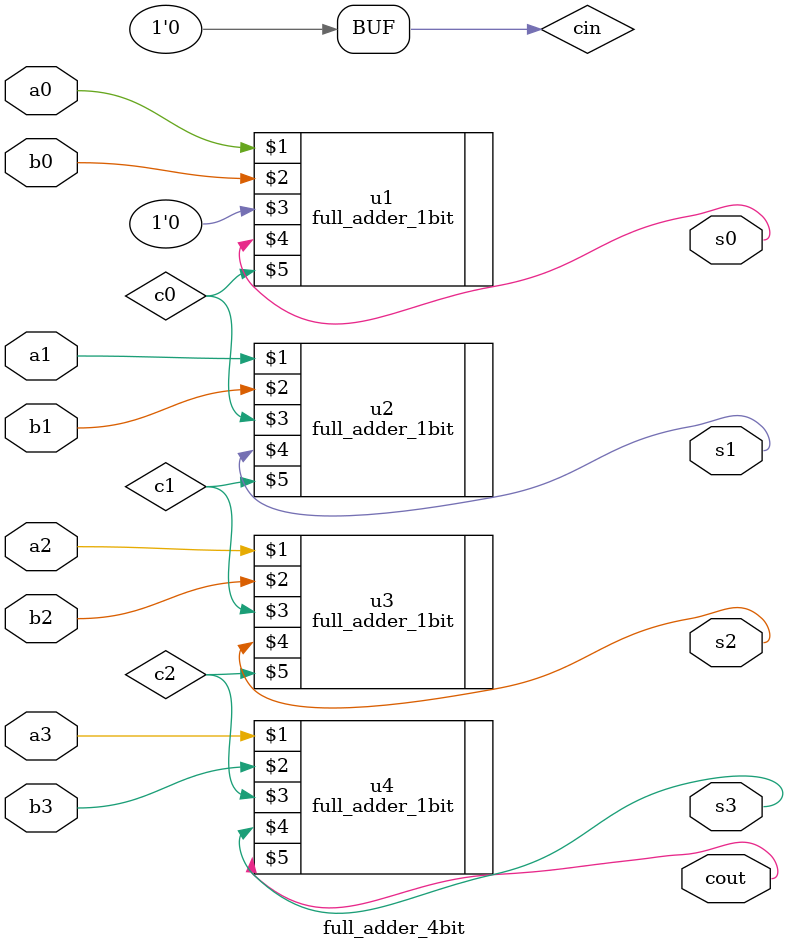
<source format=v>
`timescale 1ns / 1ps


module full_adder_4bit(
input a0, a1, a2, a3, b0, b1, b2, b3,
output s0, s1, s2, s3, cout
);

wire c0, c1, c2;
assign cin = 0;

full_adder_1bit u1(a0, b0, cin, s0, c0);
full_adder_1bit u2(a1, b1, c0, s1, c1);
full_adder_1bit u3(a2, b2, c1, s2, c2);
full_adder_1bit u4(a3, b3, c2, s3, cout);

endmodule

</source>
